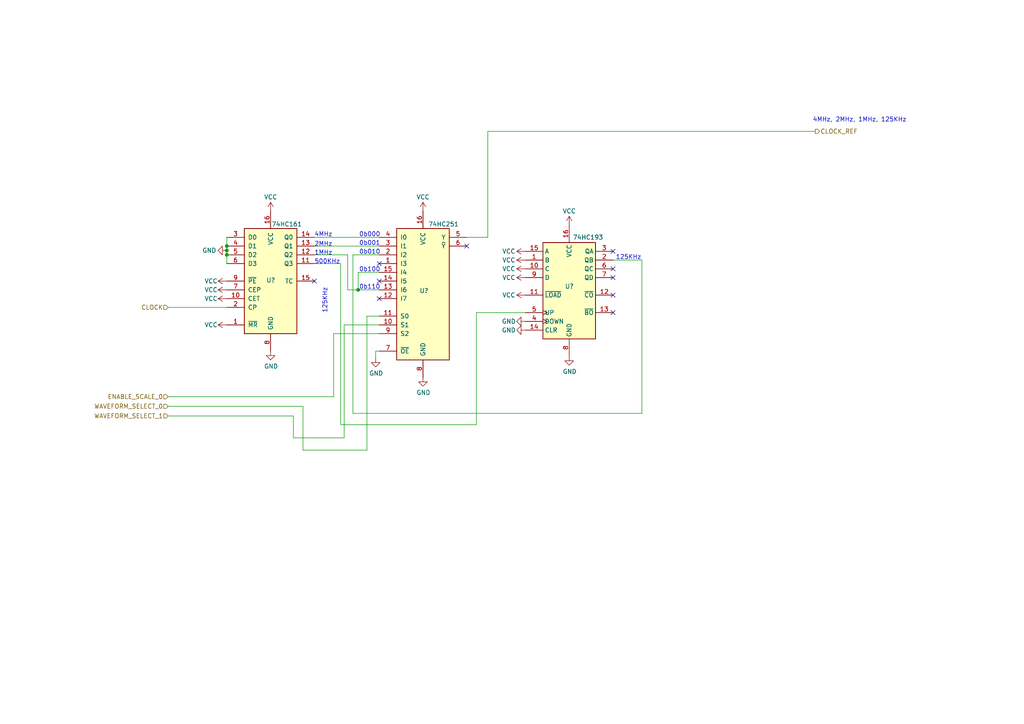
<source format=kicad_sch>
(kicad_sch (version 20211123) (generator eeschema)
  (paper "A4")
  (lib_symbols
    (symbol "74xx:74LS161" (pin_names (offset 1.016))
      (property "Reference" "U" (at -7.62 16.51 0))
      (property "Value" "74LS161" (at -7.62 -16.51 0))
      (symbol "74LS161_1_0"
        (pin input line (at -12.7 -12.7 0) (length 5.08) (name "~{MR}") (number "1"))
        (pin input line (at -12.7 -5.08 0) (length 5.08) (name "CET") (number "10"))
        (pin output line (at 12.7 5.08 180) (length 5.08) (name "Q3") (number "11"))
        (pin output line (at 12.7 7.62 180) (length 5.08) (name "Q2") (number "12"))
        (pin output line (at 12.7 10.16 180) (length 5.08) (name "Q1") (number "13"))
        (pin output line (at 12.7 12.7 180) (length 5.08) (name "Q0") (number "14"))
        (pin output line (at 12.7 0 180) (length 5.08) (name "TC") (number "15"))
        (pin power_in line (at 0 20.32 270) (length 5.08) (name "VCC") (number "16"))
        (pin input line (at -12.7 -7.62 0) (length 5.08) (name "CP") (number "2"))
        (pin input line (at -12.7 12.7 0) (length 5.08) (name "D0") (number "3"))
        (pin input line (at -12.7 10.16 0) (length 5.08) (name "D1") (number "4"))
        (pin input line (at -12.7 7.62 0) (length 5.08) (name "D2") (number "5"))
        (pin input line (at -12.7 5.08 0) (length 5.08) (name "D3") (number "6"))
        (pin input line (at -12.7 -2.54 0) (length 5.08) (name "CEP") (number "7"))
        (pin power_in line (at 0 -20.32 90) (length 5.08) (name "GND") (number "8"))
        (pin input line (at -12.7 0 0) (length 5.08) (name "~{PE}") (number "9"))
      )
      (symbol "74LS161_1_1"
        (rectangle (start -7.62 15.24) (end 7.62 -15.24) (stroke (width 0.254)) (fill (type background)))
      )
    )
    (symbol "74xx:74LS193"
      (property "Reference" "U" (at -7.62 13.97 0))
      (property "Value" "74LS193" (at 5.08 13.97 0))
      (symbol "74LS193_1_0"
        (pin input line (at -12.7 7.62 0) (length 5.08) (name "B") (number "1"))
        (pin input line (at -12.7 5.08 0) (length 5.08) (name "C") (number "10"))
        (pin input line (at -12.7 -2.54 0) (length 5.08) (name "~{LOAD}") (number "11"))
        (pin output line (at 12.7 -2.54 180) (length 5.08) (name "~{CO}") (number "12"))
        (pin output line (at 12.7 -7.62 180) (length 5.08) (name "~{BO}") (number "13"))
        (pin input line (at -12.7 -12.7 0) (length 5.08) (name "CLR") (number "14"))
        (pin input line (at -12.7 10.16 0) (length 5.08) (name "A") (number "15"))
        (pin power_in line (at 0 17.78 270) (length 5.08) (name "VCC") (number "16"))
        (pin output line (at 12.7 7.62 180) (length 5.08) (name "QB") (number "2"))
        (pin output line (at 12.7 10.16 180) (length 5.08) (name "QA") (number "3"))
        (pin input clock (at -12.7 -10.16 0) (length 5.08) (name "DOWN") (number "4"))
        (pin input clock (at -12.7 -7.62 0) (length 5.08) (name "UP") (number "5"))
        (pin output line (at 12.7 5.08 180) (length 5.08) (name "QC") (number "6"))
        (pin output line (at 12.7 2.54 180) (length 5.08) (name "QD") (number "7"))
        (pin power_in line (at 0 -20.32 90) (length 5.08) (name "GND") (number "8"))
        (pin input line (at -12.7 2.54 0) (length 5.08) (name "D") (number "9"))
      )
      (symbol "74LS193_1_1"
        (rectangle (start -7.62 12.7) (end 7.62 -15.24) (stroke (width 0.254)) (fill (type background)))
      )
    )
    (symbol "74xx:74LS251" (pin_names (offset 1.016))
      (property "Reference" "U" (at -7.62 19.05 0))
      (property "Value" "74LS251" (at -7.62 -21.59 0))
      (symbol "74LS251_1_0"
        (pin input line (at -12.7 7.62 0) (length 5.08) (name "I3") (number "1"))
        (pin input line (at -12.7 -10.16 0) (length 5.08) (name "S1") (number "10"))
        (pin input line (at -12.7 -7.62 0) (length 5.08) (name "S0") (number "11"))
        (pin input line (at -12.7 -2.54 0) (length 5.08) (name "I7") (number "12"))
        (pin input line (at -12.7 0 0) (length 5.08) (name "I6") (number "13"))
        (pin input line (at -12.7 2.54 0) (length 5.08) (name "I5") (number "14"))
        (pin input line (at -12.7 5.08 0) (length 5.08) (name "I4") (number "15"))
        (pin power_in line (at 0 22.86 270) (length 5.08) (name "VCC") (number "16"))
        (pin input line (at -12.7 10.16 0) (length 5.08) (name "I2") (number "2"))
        (pin input line (at -12.7 12.7 0) (length 5.08) (name "I1") (number "3"))
        (pin input line (at -12.7 15.24 0) (length 5.08) (name "I0") (number "4"))
        (pin tri_state line (at 12.7 15.24 180) (length 5.08) (name "Y") (number "5"))
        (pin tri_state line (at 12.7 12.7 180) (length 5.08) (name "~{Y}") (number "6"))
        (pin input line (at -12.7 -17.78 0) (length 5.08) (name "~{OE}") (number "7"))
        (pin power_in line (at 0 -25.4 90) (length 5.08) (name "GND") (number "8"))
        (pin input line (at -12.7 -12.7 0) (length 5.08) (name "S2") (number "9"))
      )
      (symbol "74LS251_1_1"
        (rectangle (start -7.62 17.78) (end 7.62 -20.32) (stroke (width 0.254)) (fill (type background)))
      )
    )
    (symbol "power:GND" (power) (pin_names (offset 0))
      (property "Value" "GND" (at 0 -3.81 0))
      (symbol "GND_0_1"
        (polyline (pts (xy 0 0) (xy 0 -1.27) (xy 1.27 -1.27) (xy 0 -2.54) (xy -1.27 -1.27) (xy 0 -1.27)))
      )
      (symbol "GND_1_1"
        (pin power_in line (at 0 0 270) (length 0) hide (name "GND") (number "1"))
      )
    )
    (symbol "power:VCC" (power) (pin_names (offset 0))
      (property "Value" "VCC" (at 0 3.81 0))
      (symbol "VCC_0_1"
        (polyline (pts (xy -0.762 1.27) (xy 0 2.54)))
        (polyline (pts (xy 0 0) (xy 0 2.54)))
        (polyline (pts (xy 0 2.54) (xy 0.762 1.27)))
      )
      (symbol "VCC_1_1"
        (pin power_in line (at 0 0 90) (length 0) hide (name "VCC") (number "1"))
      )
    )
  )
  (junction (at 103.886 84.074))
  (junction (at 65.786 72.644))
  (junction (at 65.786 73.914))
  (junction (at 65.786 71.374))
  (no_connect (at 109.982 76.454))
  (no_connect (at 109.982 86.614))
  (no_connect (at 177.8 85.598))
  (no_connect (at 91.186 81.534))
  (no_connect (at 109.982 81.534))
  (no_connect (at 135.382 71.374))
  (no_connect (at 177.8 80.518))
  (no_connect (at 177.8 72.898))
  (no_connect (at 177.8 90.678))
  (no_connect (at 177.8 77.978))
  (wire (pts (xy 135.382 68.834) (xy 141.478 68.834)))
  (wire (pts (xy 141.478 38.1) (xy 236.474 38.1)))
  (wire (pts (xy 103.886 78.994) (xy 103.886 84.074)))
  (wire (pts (xy 91.186 71.374) (xy 109.982 71.374)))
  (wire (pts (xy 98.806 76.454) (xy 91.186 76.454)))
  (wire (pts (xy 152.4 90.678) (xy 138.176 90.678)))
  (wire (pts (xy 91.186 68.834) (xy 109.982 68.834)))
  (wire (pts (xy 108.966 101.854) (xy 109.982 101.854)))
  (wire (pts (xy 96.774 96.774) (xy 96.774 115.062)))
  (wire (pts (xy 85.09 127) (xy 85.09 120.65)))
  (wire (pts (xy 109.982 94.234) (xy 99.822 94.234)))
  (wire (pts (xy 48.768 89.154) (xy 65.786 89.154)))
  (wire (pts (xy 141.478 68.834) (xy 141.478 38.1)))
  (wire (pts (xy 108.966 103.886) (xy 108.966 101.854)))
  (wire (pts (xy 106.426 91.694) (xy 106.426 130.556)))
  (wire (pts (xy 138.176 123.19) (xy 98.806 123.19)))
  (wire (pts (xy 102.362 119.888) (xy 186.182 119.888)))
  (wire (pts (xy 102.362 73.914) (xy 102.362 119.888)))
  (wire (pts (xy 65.786 68.834) (xy 65.786 71.374)))
  (wire (pts (xy 109.982 96.774) (xy 96.774 96.774)))
  (wire (pts (xy 106.426 130.556) (xy 87.884 130.556)))
  (wire (pts (xy 106.426 91.694) (xy 109.982 91.694)))
  (wire (pts (xy 109.982 78.994) (xy 103.886 78.994)))
  (wire (pts (xy 48.768 115.062) (xy 96.774 115.062)))
  (wire (pts (xy 99.822 127) (xy 85.09 127)))
  (wire (pts (xy 138.176 90.678) (xy 138.176 123.19)))
  (wire (pts (xy 48.768 120.65) (xy 85.09 120.65)))
  (wire (pts (xy 87.884 130.556) (xy 87.884 117.856)))
  (wire (pts (xy 100.838 73.914) (xy 91.186 73.914)))
  (wire (pts (xy 99.822 94.234) (xy 99.822 127)))
  (wire (pts (xy 48.768 117.856) (xy 87.884 117.856)))
  (wire (pts (xy 102.362 73.914) (xy 109.982 73.914)))
  (wire (pts (xy 103.886 84.074) (xy 100.838 84.074)))
  (wire (pts (xy 98.806 76.454) (xy 98.806 123.19)))
  (wire (pts (xy 65.786 71.374) (xy 65.786 72.644)))
  (wire (pts (xy 186.182 75.438) (xy 177.8 75.438)))
  (wire (pts (xy 100.838 73.914) (xy 100.838 84.074)))
  (wire (pts (xy 186.182 119.888) (xy 186.182 75.438)))
  (wire (pts (xy 65.786 72.644) (xy 65.786 73.914)))
  (wire (pts (xy 103.886 84.074) (xy 109.982 84.074)))
  (wire (pts (xy 65.786 73.914) (xy 65.786 76.454)))
  (text "1MHz" (at 91.186 74.168 0) (effects (font (size 1.27 1.27)) (justify left bottom)))
  (text "0b010" (at 104.14 73.914 0) (effects (font (size 1.27 1.27)) (justify left bottom)))
  (text "125KHz" (at 178.562 75.438 0) (effects (font (size 1.27 1.27)) (justify left bottom)))
  (text "500KHz" (at 91.186 76.708 0) (effects (font (size 1.27 1.27)) (justify left bottom)))
  (text "125KHz" (at 94.996 90.932 90) (effects (font (size 1.27 1.27)) (justify left bottom)))
  (text "0b000" (at 104.14 68.834 0) (effects (font (size 1.27 1.27)) (justify left bottom)))
  (text "4MHz, 2MHz, 1MHz, 125KHz" (at 235.712 35.56 0) (effects (font (size 1.27 1.27)) (justify left bottom)))
  (text "4MHz" (at 91.186 68.834 0) (effects (font (size 1.27 1.27)) (justify left bottom)))
  (text "2MHz" (at 91.186 71.628 0) (effects (font (size 1.27 1.27)) (justify left bottom)))
  (text "0b100" (at 104.14 78.994 0) (effects (font (size 1.27 1.27)) (justify left bottom)))
  (text "0b110" (at 104.14 84.074 0) (effects (font (size 1.27 1.27)) (justify left bottom)))
  (text "0b001" (at 104.14 71.374 0) (effects (font (size 1.27 1.27)) (justify left bottom)))
  (hierarchical_label "ENABLE_SCALE_0" (shape input) (at 48.768 115.062 180))
  (hierarchical_label "WAVEFORM_SELECT_0" (shape input) (at 48.768 117.856 180))
  (hierarchical_label "CLOCK_REF" (shape output) (at 236.474 38.1 0))
  (hierarchical_label "WAVEFORM_SELECT_1" (shape input) (at 48.768 120.65 180))
  (hierarchical_label "CLOCK" (shape input) (at 48.768 89.154 180))
  (symbol (lib_id "power:VCC") (at 152.4 75.438 90) (unit 1)
    (property "Reference" "#PWR?" (effects hide))
    (property "Value" "VCC" (at 147.574 75.438 90))
  )
  (symbol (lib_id "power:VCC") (at 65.786 94.234 90) (unit 1)
    (property "Reference" "#PWR?" (effects hide))
    (property "Value" "VCC" (at 61.214 94.234 90))
  )
  (symbol (lib_id "power:GND") (at 108.966 103.886 0) (unit 1)
    (property "Reference" "#PWR?" (effects hide))
    (property "Value" "GND" (at 109.093 108.2802 0))
  )
  (symbol (lib_id "power:VCC") (at 122.682 61.214 0) (unit 1)
    (property "Reference" "#PWR?" (effects hide))
    (property "Value" "VCC" (at 122.682 57.15 0))
  )
  (symbol (lib_id "power:GND") (at 165.1 103.378 0) (unit 1)
    (property "Reference" "#PWR?" (effects hide))
    (property "Value" "GND" (at 165.227 107.7722 0))
  )
  (symbol (lib_id "power:VCC") (at 65.786 86.614 90) (unit 1)
    (property "Reference" "#PWR?" (effects hide))
    (property "Value" "VCC" (at 61.214 86.614 90))
  )
  (symbol (lib_id "power:VCC") (at 152.4 77.978 90) (unit 1)
    (property "Reference" "#PWR?" (effects hide))
    (property "Value" "VCC" (at 147.574 77.978 90))
  )
  (symbol (lib_id "power:GND") (at 122.682 109.474 0) (unit 1)
    (property "Reference" "#PWR?" (effects hide))
    (property "Value" "GND" (at 122.809 113.8682 0))
  )
  (symbol (lib_id "power:GND") (at 152.4 93.218 270) (unit 1)
    (property "Reference" "#PWR?" (effects hide))
    (property "Value" "GND" (at 147.574 93.218 90))
  )
  (symbol (lib_id "power:VCC") (at 65.786 81.534 90) (unit 1)
    (property "Reference" "#PWR?" (effects hide))
    (property "Value" "VCC" (at 61.214 81.534 90))
  )
  (symbol (lib_id "power:VCC") (at 152.4 72.898 90) (unit 1)
    (property "Reference" "#PWR?" (effects hide))
    (property "Value" "VCC" (at 147.574 72.898 90))
  )
  (symbol (lib_id "power:VCC") (at 152.4 80.518 90) (unit 1)
    (property "Reference" "#PWR?" (effects hide))
    (property "Value" "VCC" (at 147.574 80.518 90))
  )
  (symbol (lib_id "power:VCC") (at 152.4 85.598 90) (unit 1)
    (property "Reference" "#PWR?" (effects hide))
    (property "Value" "VCC" (at 147.574 85.598 90))
  )
  (symbol (lib_id "power:VCC") (at 165.1 65.278 0) (unit 1)
    (property "Reference" "#PWR?" (effects hide))
    (property "Value" "VCC" (at 165.1 61.214 0))
  )
  (symbol (lib_id "power:GND") (at 78.486 101.854 0) (unit 1)
    (property "Reference" "#PWR?" (effects hide))
    (property "Value" "GND" (at 78.613 106.2482 0))
  )
  (symbol (lib_id "74xx:74LS251") (at 122.682 84.074 0) (unit 1)
    (property "Reference" "U?" (at 121.666 84.328 0) (effects (justify left)))
    (property "Value" "74HC251" (at 124.206 65.024 0) (effects (justify left)))
    (property "Datasheet" "http://www.ti.com/lit/gpn/sn74LS251" (effects hide))
  )
  (symbol (lib_id "74xx:74LS161") (at 78.486 81.534 0) (unit 1)
    (property "Reference" "U?" (at 77.216 81.28 0) (effects (justify left)))
    (property "Value" "74HC161" (at 78.74 65.024 0) (effects (justify left)))
    (property "Datasheet" "http://www.ti.com/lit/gpn/sn74LS161" (effects hide))
  )
  (symbol (lib_id "power:VCC") (at 78.486 61.214 0) (unit 1)
    (property "Reference" "#PWR?" (effects hide))
    (property "Value" "VCC" (at 78.486 57.15 0))
  )
  (symbol (lib_id "power:GND") (at 65.786 72.644 270) (unit 1)
    (property "Reference" "#PWR?" (effects hide))
    (property "Value" "GND" (at 60.706 72.644 90))
  )
  (symbol (lib_id "power:VCC") (at 65.786 84.074 90) (unit 1)
    (property "Reference" "#PWR?" (effects hide))
    (property "Value" "VCC" (at 61.214 84.074 90))
  )
  (symbol (lib_id "power:GND") (at 152.4 95.758 270) (unit 1)
    (property "Reference" "#PWR?" (effects hide))
    (property "Value" "GND" (at 147.574 95.758 90))
  )
  (symbol (lib_id "74xx:74LS193") (at 165.1 83.058 0) (unit 1)
    (property "Reference" "U?" (at 163.83 83.058 0) (effects (justify left)))
    (property "Value" "74HC193" (at 166.116 68.834 0) (effects (justify left)))
    (property "Datasheet" "http://www.ti.com/lit/ds/symlink/sn74ls193.pdf" (effects hide))
  )
)
</source>
